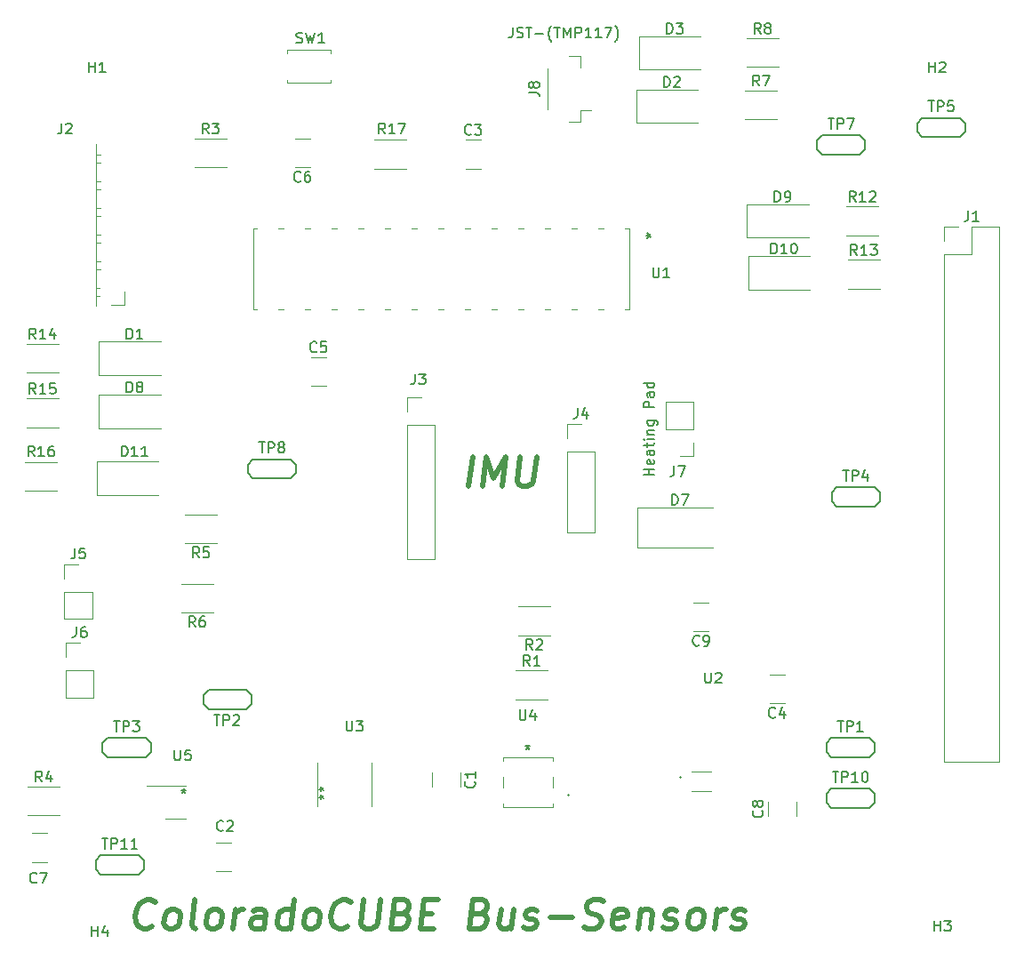
<source format=gto>
%TF.GenerationSoftware,KiCad,Pcbnew,(6.0.2)*%
%TF.CreationDate,2022-04-25T16:55:37-06:00*%
%TF.ProjectId,ColoradoCUBE_Payload,436f6c6f-7261-4646-9f43-5542455f5061,rev?*%
%TF.SameCoordinates,Original*%
%TF.FileFunction,Legend,Top*%
%TF.FilePolarity,Positive*%
%FSLAX46Y46*%
G04 Gerber Fmt 4.6, Leading zero omitted, Abs format (unit mm)*
G04 Created by KiCad (PCBNEW (6.0.2)) date 2022-04-25 16:55:37*
%MOMM*%
%LPD*%
G01*
G04 APERTURE LIST*
%ADD10C,0.500000*%
%ADD11C,0.150000*%
%ADD12C,0.120000*%
G04 APERTURE END LIST*
D10*
X118556079Y-127743857D02*
X118406401Y-127876904D01*
X117990627Y-128009952D01*
X117724532Y-128009952D01*
X117342020Y-127876904D01*
X117109187Y-127610809D01*
X117009401Y-127344714D01*
X116942877Y-126812523D01*
X116992770Y-126413380D01*
X117192341Y-125881190D01*
X117358651Y-125615095D01*
X117658008Y-125349000D01*
X118073782Y-125215952D01*
X118339877Y-125215952D01*
X118722389Y-125349000D01*
X118838806Y-125482047D01*
X120119389Y-128009952D02*
X119869925Y-127876904D01*
X119753508Y-127743857D01*
X119653722Y-127477761D01*
X119753508Y-126679476D01*
X119919818Y-126413380D01*
X120069496Y-126280333D01*
X120352222Y-126147285D01*
X120751365Y-126147285D01*
X121000829Y-126280333D01*
X121117246Y-126413380D01*
X121217032Y-126679476D01*
X121117246Y-127477761D01*
X120950937Y-127743857D01*
X120801258Y-127876904D01*
X120518532Y-128009952D01*
X120119389Y-128009952D01*
X122647294Y-128009952D02*
X122397829Y-127876904D01*
X122298044Y-127610809D01*
X122597401Y-125215952D01*
X124110818Y-128009952D02*
X123861353Y-127876904D01*
X123744937Y-127743857D01*
X123645151Y-127477761D01*
X123744937Y-126679476D01*
X123911246Y-126413380D01*
X124060925Y-126280333D01*
X124343651Y-126147285D01*
X124742794Y-126147285D01*
X124992258Y-126280333D01*
X125108675Y-126413380D01*
X125208460Y-126679476D01*
X125108675Y-127477761D01*
X124942365Y-127743857D01*
X124792687Y-127876904D01*
X124509960Y-128009952D01*
X124110818Y-128009952D01*
X126239579Y-128009952D02*
X126472413Y-126147285D01*
X126405889Y-126679476D02*
X126572198Y-126413380D01*
X126721877Y-126280333D01*
X127004603Y-126147285D01*
X127270698Y-126147285D01*
X129166627Y-128009952D02*
X129349568Y-126546428D01*
X129249782Y-126280333D01*
X129000318Y-126147285D01*
X128468127Y-126147285D01*
X128185401Y-126280333D01*
X129183258Y-127876904D02*
X128900532Y-128009952D01*
X128235294Y-128009952D01*
X127985829Y-127876904D01*
X127886044Y-127610809D01*
X127919306Y-127344714D01*
X128085615Y-127078619D01*
X128368341Y-126945571D01*
X129033579Y-126945571D01*
X129316306Y-126812523D01*
X131694532Y-128009952D02*
X132043782Y-125215952D01*
X131711163Y-127876904D02*
X131428437Y-128009952D01*
X130896246Y-128009952D01*
X130646782Y-127876904D01*
X130530365Y-127743857D01*
X130430579Y-127477761D01*
X130530365Y-126679476D01*
X130696675Y-126413380D01*
X130846353Y-126280333D01*
X131129079Y-126147285D01*
X131661270Y-126147285D01*
X131910734Y-126280333D01*
X133424151Y-128009952D02*
X133174687Y-127876904D01*
X133058270Y-127743857D01*
X132958484Y-127477761D01*
X133058270Y-126679476D01*
X133224579Y-126413380D01*
X133374258Y-126280333D01*
X133656984Y-126147285D01*
X134056127Y-126147285D01*
X134305591Y-126280333D01*
X134422008Y-126413380D01*
X134521794Y-126679476D01*
X134422008Y-127477761D01*
X134255698Y-127743857D01*
X134106020Y-127876904D01*
X133823294Y-128009952D01*
X133424151Y-128009952D01*
X137182746Y-127743857D02*
X137033068Y-127876904D01*
X136617294Y-128009952D01*
X136351198Y-128009952D01*
X135968687Y-127876904D01*
X135735853Y-127610809D01*
X135636068Y-127344714D01*
X135569544Y-126812523D01*
X135619437Y-126413380D01*
X135819008Y-125881190D01*
X135985318Y-125615095D01*
X136284675Y-125349000D01*
X136700448Y-125215952D01*
X136966544Y-125215952D01*
X137349056Y-125349000D01*
X137465472Y-125482047D01*
X138696163Y-125215952D02*
X138413437Y-127477761D01*
X138513222Y-127743857D01*
X138629639Y-127876904D01*
X138879103Y-128009952D01*
X139411294Y-128009952D01*
X139694020Y-127876904D01*
X139843698Y-127743857D01*
X140010008Y-127477761D01*
X140292734Y-125215952D01*
X142388234Y-126546428D02*
X142770746Y-126679476D01*
X142887163Y-126812523D01*
X142986948Y-127078619D01*
X142937056Y-127477761D01*
X142770746Y-127743857D01*
X142621068Y-127876904D01*
X142338341Y-128009952D01*
X141273960Y-128009952D01*
X141623210Y-125215952D01*
X142554544Y-125215952D01*
X142804008Y-125349000D01*
X142920425Y-125482047D01*
X143020210Y-125748142D01*
X142986948Y-126014238D01*
X142820639Y-126280333D01*
X142670960Y-126413380D01*
X142388234Y-126546428D01*
X141456901Y-126546428D01*
X144250901Y-126546428D02*
X145182234Y-126546428D01*
X145398437Y-128009952D02*
X144067960Y-128009952D01*
X144417210Y-125215952D01*
X145747687Y-125215952D01*
X149838901Y-126546428D02*
X150221413Y-126679476D01*
X150337829Y-126812523D01*
X150437615Y-127078619D01*
X150387722Y-127477761D01*
X150221413Y-127743857D01*
X150071734Y-127876904D01*
X149789008Y-128009952D01*
X148724627Y-128009952D01*
X149073877Y-125215952D01*
X150005210Y-125215952D01*
X150254675Y-125349000D01*
X150371091Y-125482047D01*
X150470877Y-125748142D01*
X150437615Y-126014238D01*
X150271306Y-126280333D01*
X150121627Y-126413380D01*
X149838901Y-126546428D01*
X148907568Y-126546428D01*
X152948889Y-126147285D02*
X152716056Y-128009952D01*
X151751460Y-126147285D02*
X151568520Y-127610809D01*
X151668306Y-127876904D01*
X151917770Y-128009952D01*
X152316913Y-128009952D01*
X152599639Y-127876904D01*
X152749318Y-127743857D01*
X153930115Y-127876904D02*
X154179579Y-128009952D01*
X154711770Y-128009952D01*
X154994496Y-127876904D01*
X155160806Y-127610809D01*
X155177437Y-127477761D01*
X155077651Y-127211666D01*
X154828187Y-127078619D01*
X154429044Y-127078619D01*
X154179579Y-126945571D01*
X154079794Y-126679476D01*
X154096425Y-126546428D01*
X154262734Y-126280333D01*
X154545460Y-126147285D01*
X154944603Y-126147285D01*
X155194068Y-126280333D01*
X156441389Y-126945571D02*
X158570151Y-126945571D01*
X159651163Y-127876904D02*
X160033675Y-128009952D01*
X160698913Y-128009952D01*
X160981639Y-127876904D01*
X161131318Y-127743857D01*
X161297627Y-127477761D01*
X161330889Y-127211666D01*
X161231103Y-126945571D01*
X161114687Y-126812523D01*
X160865222Y-126679476D01*
X160349663Y-126546428D01*
X160100198Y-126413380D01*
X159983782Y-126280333D01*
X159883996Y-126014238D01*
X159917258Y-125748142D01*
X160083568Y-125482047D01*
X160233246Y-125349000D01*
X160515972Y-125215952D01*
X161181210Y-125215952D01*
X161563722Y-125349000D01*
X163509544Y-127876904D02*
X163226818Y-128009952D01*
X162694627Y-128009952D01*
X162445163Y-127876904D01*
X162345377Y-127610809D01*
X162478425Y-126546428D01*
X162644734Y-126280333D01*
X162927460Y-126147285D01*
X163459651Y-126147285D01*
X163709115Y-126280333D01*
X163808901Y-126546428D01*
X163775639Y-126812523D01*
X162411901Y-127078619D01*
X165056222Y-126147285D02*
X164823389Y-128009952D01*
X165022960Y-126413380D02*
X165172639Y-126280333D01*
X165455365Y-126147285D01*
X165854508Y-126147285D01*
X166103972Y-126280333D01*
X166203758Y-126546428D01*
X166020818Y-128009952D01*
X167234877Y-127876904D02*
X167484341Y-128009952D01*
X168016532Y-128009952D01*
X168299258Y-127876904D01*
X168465568Y-127610809D01*
X168482198Y-127477761D01*
X168382413Y-127211666D01*
X168132948Y-127078619D01*
X167733806Y-127078619D01*
X167484341Y-126945571D01*
X167384556Y-126679476D01*
X167401187Y-126546428D01*
X167567496Y-126280333D01*
X167850222Y-126147285D01*
X168249365Y-126147285D01*
X168498829Y-126280333D01*
X170012246Y-128009952D02*
X169762782Y-127876904D01*
X169646365Y-127743857D01*
X169546579Y-127477761D01*
X169646365Y-126679476D01*
X169812675Y-126413380D01*
X169962353Y-126280333D01*
X170245079Y-126147285D01*
X170644222Y-126147285D01*
X170893687Y-126280333D01*
X171010103Y-126413380D01*
X171109889Y-126679476D01*
X171010103Y-127477761D01*
X170843794Y-127743857D01*
X170694115Y-127876904D01*
X170411389Y-128009952D01*
X170012246Y-128009952D01*
X172141008Y-128009952D02*
X172373841Y-126147285D01*
X172307318Y-126679476D02*
X172473627Y-126413380D01*
X172623306Y-126280333D01*
X172906032Y-126147285D01*
X173172127Y-126147285D01*
X173754210Y-127876904D02*
X174003675Y-128009952D01*
X174535865Y-128009952D01*
X174818591Y-127876904D01*
X174984901Y-127610809D01*
X175001532Y-127477761D01*
X174901746Y-127211666D01*
X174652282Y-127078619D01*
X174253139Y-127078619D01*
X174003675Y-126945571D01*
X173903889Y-126679476D01*
X173920520Y-126546428D01*
X174086829Y-126280333D01*
X174369556Y-126147285D01*
X174768698Y-126147285D01*
X175018163Y-126280333D01*
D11*
X166339780Y-84771952D02*
X165339780Y-84771952D01*
X165815971Y-84771952D02*
X165815971Y-84200523D01*
X166339780Y-84200523D02*
X165339780Y-84200523D01*
X166292161Y-83343380D02*
X166339780Y-83438619D01*
X166339780Y-83629095D01*
X166292161Y-83724333D01*
X166196923Y-83771952D01*
X165815971Y-83771952D01*
X165720733Y-83724333D01*
X165673114Y-83629095D01*
X165673114Y-83438619D01*
X165720733Y-83343380D01*
X165815971Y-83295761D01*
X165911209Y-83295761D01*
X166006447Y-83771952D01*
X166339780Y-82438619D02*
X165815971Y-82438619D01*
X165720733Y-82486238D01*
X165673114Y-82581476D01*
X165673114Y-82771952D01*
X165720733Y-82867190D01*
X166292161Y-82438619D02*
X166339780Y-82533857D01*
X166339780Y-82771952D01*
X166292161Y-82867190D01*
X166196923Y-82914809D01*
X166101685Y-82914809D01*
X166006447Y-82867190D01*
X165958828Y-82771952D01*
X165958828Y-82533857D01*
X165911209Y-82438619D01*
X165673114Y-82105285D02*
X165673114Y-81724333D01*
X165339780Y-81962428D02*
X166196923Y-81962428D01*
X166292161Y-81914809D01*
X166339780Y-81819571D01*
X166339780Y-81724333D01*
X166339780Y-81391000D02*
X165673114Y-81391000D01*
X165339780Y-81391000D02*
X165387400Y-81438619D01*
X165435019Y-81391000D01*
X165387400Y-81343380D01*
X165339780Y-81391000D01*
X165435019Y-81391000D01*
X165673114Y-80914809D02*
X166339780Y-80914809D01*
X165768352Y-80914809D02*
X165720733Y-80867190D01*
X165673114Y-80771952D01*
X165673114Y-80629095D01*
X165720733Y-80533857D01*
X165815971Y-80486238D01*
X166339780Y-80486238D01*
X165673114Y-79581476D02*
X166482638Y-79581476D01*
X166577876Y-79629095D01*
X166625495Y-79676714D01*
X166673114Y-79771952D01*
X166673114Y-79914809D01*
X166625495Y-80010047D01*
X166292161Y-79581476D02*
X166339780Y-79676714D01*
X166339780Y-79867190D01*
X166292161Y-79962428D01*
X166244542Y-80010047D01*
X166149304Y-80057666D01*
X165863590Y-80057666D01*
X165768352Y-80010047D01*
X165720733Y-79962428D01*
X165673114Y-79867190D01*
X165673114Y-79676714D01*
X165720733Y-79581476D01*
X166339780Y-78343380D02*
X165339780Y-78343380D01*
X165339780Y-77962428D01*
X165387400Y-77867190D01*
X165435019Y-77819571D01*
X165530257Y-77771952D01*
X165673114Y-77771952D01*
X165768352Y-77819571D01*
X165815971Y-77867190D01*
X165863590Y-77962428D01*
X165863590Y-78343380D01*
X166339780Y-76914809D02*
X165815971Y-76914809D01*
X165720733Y-76962428D01*
X165673114Y-77057666D01*
X165673114Y-77248142D01*
X165720733Y-77343380D01*
X166292161Y-76914809D02*
X166339780Y-77010047D01*
X166339780Y-77248142D01*
X166292161Y-77343380D01*
X166196923Y-77391000D01*
X166101685Y-77391000D01*
X166006447Y-77343380D01*
X165958828Y-77248142D01*
X165958828Y-77010047D01*
X165911209Y-76914809D01*
X166339780Y-76010047D02*
X165339780Y-76010047D01*
X166292161Y-76010047D02*
X166339780Y-76105285D01*
X166339780Y-76295761D01*
X166292161Y-76391000D01*
X166244542Y-76438619D01*
X166149304Y-76486238D01*
X165863590Y-76486238D01*
X165768352Y-76438619D01*
X165720733Y-76391000D01*
X165673114Y-76295761D01*
X165673114Y-76105285D01*
X165720733Y-76010047D01*
X152853047Y-42124380D02*
X152853047Y-42838666D01*
X152805428Y-42981523D01*
X152710190Y-43076761D01*
X152567333Y-43124380D01*
X152472095Y-43124380D01*
X153281619Y-43076761D02*
X153424476Y-43124380D01*
X153662571Y-43124380D01*
X153757809Y-43076761D01*
X153805428Y-43029142D01*
X153853047Y-42933904D01*
X153853047Y-42838666D01*
X153805428Y-42743428D01*
X153757809Y-42695809D01*
X153662571Y-42648190D01*
X153472095Y-42600571D01*
X153376857Y-42552952D01*
X153329238Y-42505333D01*
X153281619Y-42410095D01*
X153281619Y-42314857D01*
X153329238Y-42219619D01*
X153376857Y-42172000D01*
X153472095Y-42124380D01*
X153710190Y-42124380D01*
X153853047Y-42172000D01*
X154138761Y-42124380D02*
X154710190Y-42124380D01*
X154424476Y-43124380D02*
X154424476Y-42124380D01*
X155043523Y-42743428D02*
X155805428Y-42743428D01*
X156567333Y-43505333D02*
X156519714Y-43457714D01*
X156424476Y-43314857D01*
X156376857Y-43219619D01*
X156329238Y-43076761D01*
X156281619Y-42838666D01*
X156281619Y-42648190D01*
X156329238Y-42410095D01*
X156376857Y-42267238D01*
X156424476Y-42172000D01*
X156519714Y-42029142D01*
X156567333Y-41981523D01*
X156805428Y-42124380D02*
X157376857Y-42124380D01*
X157091142Y-43124380D02*
X157091142Y-42124380D01*
X157710190Y-43124380D02*
X157710190Y-42124380D01*
X158043523Y-42838666D01*
X158376857Y-42124380D01*
X158376857Y-43124380D01*
X158853047Y-43124380D02*
X158853047Y-42124380D01*
X159234000Y-42124380D01*
X159329238Y-42172000D01*
X159376857Y-42219619D01*
X159424476Y-42314857D01*
X159424476Y-42457714D01*
X159376857Y-42552952D01*
X159329238Y-42600571D01*
X159234000Y-42648190D01*
X158853047Y-42648190D01*
X160376857Y-43124380D02*
X159805428Y-43124380D01*
X160091142Y-43124380D02*
X160091142Y-42124380D01*
X159995904Y-42267238D01*
X159900666Y-42362476D01*
X159805428Y-42410095D01*
X161329238Y-43124380D02*
X160757809Y-43124380D01*
X161043523Y-43124380D02*
X161043523Y-42124380D01*
X160948285Y-42267238D01*
X160853047Y-42362476D01*
X160757809Y-42410095D01*
X161662571Y-42124380D02*
X162329238Y-42124380D01*
X161900666Y-43124380D01*
X162614952Y-43505333D02*
X162662571Y-43457714D01*
X162757809Y-43314857D01*
X162805428Y-43219619D01*
X162853047Y-43076761D01*
X162900666Y-42838666D01*
X162900666Y-42648190D01*
X162853047Y-42410095D01*
X162805428Y-42267238D01*
X162757809Y-42172000D01*
X162662571Y-42029142D01*
X162614952Y-41981523D01*
D10*
X148694389Y-85845952D02*
X149043639Y-83051952D01*
X150024865Y-85845952D02*
X150374115Y-83051952D01*
X151055984Y-85047666D01*
X152236782Y-83051952D01*
X151887532Y-85845952D01*
X153567258Y-83051952D02*
X153284532Y-85313761D01*
X153384318Y-85579857D01*
X153500734Y-85712904D01*
X153750198Y-85845952D01*
X154282389Y-85845952D01*
X154565115Y-85712904D01*
X154714794Y-85579857D01*
X154881103Y-85313761D01*
X155163829Y-83051952D01*
D11*
X109902664Y-51268380D02*
X109902664Y-51982666D01*
X109855045Y-52125523D01*
X109759807Y-52220761D01*
X109616950Y-52268380D01*
X109521712Y-52268380D01*
X110331236Y-51363619D02*
X110378855Y-51316000D01*
X110474093Y-51268380D01*
X110712188Y-51268380D01*
X110807426Y-51316000D01*
X110855045Y-51363619D01*
X110902664Y-51458857D01*
X110902664Y-51554095D01*
X110855045Y-51696952D01*
X110283617Y-52268380D01*
X110902664Y-52268380D01*
X120650095Y-110958380D02*
X120650095Y-111767904D01*
X120697714Y-111863142D01*
X120745333Y-111910761D01*
X120840571Y-111958380D01*
X121031047Y-111958380D01*
X121126285Y-111910761D01*
X121173904Y-111863142D01*
X121221523Y-111767904D01*
X121221523Y-110958380D01*
X122173904Y-110958380D02*
X121697714Y-110958380D01*
X121650095Y-111434571D01*
X121697714Y-111386952D01*
X121792952Y-111339333D01*
X122031047Y-111339333D01*
X122126285Y-111386952D01*
X122173904Y-111434571D01*
X122221523Y-111529809D01*
X122221523Y-111767904D01*
X122173904Y-111863142D01*
X122126285Y-111910761D01*
X122031047Y-111958380D01*
X121792952Y-111958380D01*
X121697714Y-111910761D01*
X121650095Y-111863142D01*
X121539000Y-114641380D02*
X121539000Y-114879476D01*
X121300904Y-114784238D02*
X121539000Y-114879476D01*
X121777095Y-114784238D01*
X121396142Y-115069952D02*
X121539000Y-114879476D01*
X121681857Y-115069952D01*
X137033095Y-108164380D02*
X137033095Y-108973904D01*
X137080714Y-109069142D01*
X137128333Y-109116761D01*
X137223571Y-109164380D01*
X137414047Y-109164380D01*
X137509285Y-109116761D01*
X137556904Y-109069142D01*
X137604523Y-108973904D01*
X137604523Y-108164380D01*
X137985476Y-108164380D02*
X138604523Y-108164380D01*
X138271190Y-108545333D01*
X138414047Y-108545333D01*
X138509285Y-108592952D01*
X138556904Y-108640571D01*
X138604523Y-108735809D01*
X138604523Y-108973904D01*
X138556904Y-109069142D01*
X138509285Y-109116761D01*
X138414047Y-109164380D01*
X138128333Y-109164380D01*
X138033095Y-109116761D01*
X137985476Y-109069142D01*
X134453380Y-115443000D02*
X134691476Y-115443000D01*
X134596238Y-115681095D02*
X134691476Y-115443000D01*
X134596238Y-115204904D01*
X134881952Y-115585857D02*
X134691476Y-115443000D01*
X134881952Y-115300142D01*
X134453380Y-114681000D02*
X134691476Y-114681000D01*
X134596238Y-114919095D02*
X134691476Y-114681000D01*
X134596238Y-114442904D01*
X134881952Y-114823857D02*
X134691476Y-114681000D01*
X134881952Y-114538142D01*
X171196095Y-103592380D02*
X171196095Y-104401904D01*
X171243714Y-104497142D01*
X171291333Y-104544761D01*
X171386571Y-104592380D01*
X171577047Y-104592380D01*
X171672285Y-104544761D01*
X171719904Y-104497142D01*
X171767523Y-104401904D01*
X171767523Y-103592380D01*
X172196095Y-103687619D02*
X172243714Y-103640000D01*
X172338952Y-103592380D01*
X172577047Y-103592380D01*
X172672285Y-103640000D01*
X172719904Y-103687619D01*
X172767523Y-103782857D01*
X172767523Y-103878095D01*
X172719904Y-104020952D01*
X172148476Y-104592380D01*
X172767523Y-104592380D01*
X166243095Y-64984380D02*
X166243095Y-65793904D01*
X166290714Y-65889142D01*
X166338333Y-65936761D01*
X166433571Y-65984380D01*
X166624047Y-65984380D01*
X166719285Y-65936761D01*
X166766904Y-65889142D01*
X166814523Y-65793904D01*
X166814523Y-64984380D01*
X167814523Y-65984380D02*
X167243095Y-65984380D01*
X167528809Y-65984380D02*
X167528809Y-64984380D01*
X167433571Y-65127238D01*
X167338333Y-65222476D01*
X167243095Y-65270095D01*
X165568380Y-61976000D02*
X165806476Y-61976000D01*
X165711238Y-62214095D02*
X165806476Y-61976000D01*
X165711238Y-61737904D01*
X165996952Y-62118857D02*
X165806476Y-61976000D01*
X165996952Y-61833142D01*
X149215142Y-113958666D02*
X149262761Y-114006285D01*
X149310380Y-114149142D01*
X149310380Y-114244380D01*
X149262761Y-114387238D01*
X149167523Y-114482476D01*
X149072285Y-114530095D01*
X148881809Y-114577714D01*
X148738952Y-114577714D01*
X148548476Y-114530095D01*
X148453238Y-114482476D01*
X148358000Y-114387238D01*
X148310380Y-114244380D01*
X148310380Y-114149142D01*
X148358000Y-114006285D01*
X148405619Y-113958666D01*
X149310380Y-113006285D02*
X149310380Y-113577714D01*
X149310380Y-113292000D02*
X148310380Y-113292000D01*
X148453238Y-113387238D01*
X148548476Y-113482476D01*
X148596095Y-113577714D01*
X153543095Y-107129330D02*
X153543095Y-107938854D01*
X153590714Y-108034092D01*
X153638333Y-108081711D01*
X153733571Y-108129330D01*
X153924047Y-108129330D01*
X154019285Y-108081711D01*
X154066904Y-108034092D01*
X154114523Y-107938854D01*
X154114523Y-107129330D01*
X155019285Y-107462664D02*
X155019285Y-108129330D01*
X154781190Y-107081711D02*
X154543095Y-107795997D01*
X155162142Y-107795997D01*
X154305000Y-110450380D02*
X154305000Y-110688476D01*
X154066904Y-110593238D02*
X154305000Y-110688476D01*
X154543095Y-110593238D01*
X154162142Y-110878952D02*
X154305000Y-110688476D01*
X154447857Y-110878952D01*
X182918095Y-50792380D02*
X183489523Y-50792380D01*
X183203809Y-51792380D02*
X183203809Y-50792380D01*
X183822857Y-51792380D02*
X183822857Y-50792380D01*
X184203809Y-50792380D01*
X184299047Y-50840000D01*
X184346666Y-50887619D01*
X184394285Y-50982857D01*
X184394285Y-51125714D01*
X184346666Y-51220952D01*
X184299047Y-51268571D01*
X184203809Y-51316190D01*
X183822857Y-51316190D01*
X184727619Y-50792380D02*
X185394285Y-50792380D01*
X184965714Y-51792380D01*
X176503333Y-42736380D02*
X176170000Y-42260190D01*
X175931904Y-42736380D02*
X175931904Y-41736380D01*
X176312857Y-41736380D01*
X176408095Y-41784000D01*
X176455714Y-41831619D01*
X176503333Y-41926857D01*
X176503333Y-42069714D01*
X176455714Y-42164952D01*
X176408095Y-42212571D01*
X176312857Y-42260190D01*
X175931904Y-42260190D01*
X177074761Y-42164952D02*
X176979523Y-42117333D01*
X176931904Y-42069714D01*
X176884285Y-41974476D01*
X176884285Y-41926857D01*
X176931904Y-41831619D01*
X176979523Y-41784000D01*
X177074761Y-41736380D01*
X177265238Y-41736380D01*
X177360476Y-41784000D01*
X177408095Y-41831619D01*
X177455714Y-41926857D01*
X177455714Y-41974476D01*
X177408095Y-42069714D01*
X177360476Y-42117333D01*
X177265238Y-42164952D01*
X177074761Y-42164952D01*
X176979523Y-42212571D01*
X176931904Y-42260190D01*
X176884285Y-42355428D01*
X176884285Y-42545904D01*
X176931904Y-42641142D01*
X176979523Y-42688761D01*
X177074761Y-42736380D01*
X177265238Y-42736380D01*
X177360476Y-42688761D01*
X177408095Y-42641142D01*
X177455714Y-42545904D01*
X177455714Y-42355428D01*
X177408095Y-42260190D01*
X177360476Y-42212571D01*
X177265238Y-42164952D01*
X167282904Y-47829380D02*
X167282904Y-46829380D01*
X167521000Y-46829380D01*
X167663857Y-46877000D01*
X167759095Y-46972238D01*
X167806714Y-47067476D01*
X167854333Y-47257952D01*
X167854333Y-47400809D01*
X167806714Y-47591285D01*
X167759095Y-47686523D01*
X167663857Y-47781761D01*
X167521000Y-47829380D01*
X167282904Y-47829380D01*
X168235285Y-46924619D02*
X168282904Y-46877000D01*
X168378142Y-46829380D01*
X168616238Y-46829380D01*
X168711476Y-46877000D01*
X168759095Y-46924619D01*
X168806714Y-47019857D01*
X168806714Y-47115095D01*
X168759095Y-47257952D01*
X168187666Y-47829380D01*
X168806714Y-47829380D01*
X170648333Y-100955142D02*
X170600714Y-101002761D01*
X170457857Y-101050380D01*
X170362619Y-101050380D01*
X170219761Y-101002761D01*
X170124523Y-100907523D01*
X170076904Y-100812285D01*
X170029285Y-100621809D01*
X170029285Y-100478952D01*
X170076904Y-100288476D01*
X170124523Y-100193238D01*
X170219761Y-100098000D01*
X170362619Y-100050380D01*
X170457857Y-100050380D01*
X170600714Y-100098000D01*
X170648333Y-100145619D01*
X171124523Y-101050380D02*
X171315000Y-101050380D01*
X171410238Y-101002761D01*
X171457857Y-100955142D01*
X171553095Y-100812285D01*
X171600714Y-100621809D01*
X171600714Y-100240857D01*
X171553095Y-100145619D01*
X171505476Y-100098000D01*
X171410238Y-100050380D01*
X171219761Y-100050380D01*
X171124523Y-100098000D01*
X171076904Y-100145619D01*
X171029285Y-100240857D01*
X171029285Y-100478952D01*
X171076904Y-100574190D01*
X171124523Y-100621809D01*
X171219761Y-100669428D01*
X171410238Y-100669428D01*
X171505476Y-100621809D01*
X171553095Y-100574190D01*
X171600714Y-100478952D01*
X148931333Y-52286142D02*
X148883714Y-52333761D01*
X148740857Y-52381380D01*
X148645619Y-52381380D01*
X148502761Y-52333761D01*
X148407523Y-52238523D01*
X148359904Y-52143285D01*
X148312285Y-51952809D01*
X148312285Y-51809952D01*
X148359904Y-51619476D01*
X148407523Y-51524238D01*
X148502761Y-51429000D01*
X148645619Y-51381380D01*
X148740857Y-51381380D01*
X148883714Y-51429000D01*
X148931333Y-51476619D01*
X149264666Y-51381380D02*
X149883714Y-51381380D01*
X149550380Y-51762333D01*
X149693238Y-51762333D01*
X149788476Y-51809952D01*
X149836095Y-51857571D01*
X149883714Y-51952809D01*
X149883714Y-52190904D01*
X149836095Y-52286142D01*
X149788476Y-52333761D01*
X149693238Y-52381380D01*
X149407523Y-52381380D01*
X149312285Y-52333761D01*
X149264666Y-52286142D01*
X177887333Y-107813142D02*
X177839714Y-107860761D01*
X177696857Y-107908380D01*
X177601619Y-107908380D01*
X177458761Y-107860761D01*
X177363523Y-107765523D01*
X177315904Y-107670285D01*
X177268285Y-107479809D01*
X177268285Y-107336952D01*
X177315904Y-107146476D01*
X177363523Y-107051238D01*
X177458761Y-106956000D01*
X177601619Y-106908380D01*
X177696857Y-106908380D01*
X177839714Y-106956000D01*
X177887333Y-107003619D01*
X178744476Y-107241714D02*
X178744476Y-107908380D01*
X178506380Y-106860761D02*
X178268285Y-107575047D01*
X178887333Y-107575047D01*
X159051666Y-78402380D02*
X159051666Y-79116666D01*
X159004047Y-79259523D01*
X158908809Y-79354761D01*
X158765952Y-79402380D01*
X158670714Y-79402380D01*
X159956428Y-78735714D02*
X159956428Y-79402380D01*
X159718333Y-78354761D02*
X159480238Y-79069047D01*
X160099285Y-79069047D01*
X123023333Y-92648380D02*
X122690000Y-92172190D01*
X122451904Y-92648380D02*
X122451904Y-91648380D01*
X122832857Y-91648380D01*
X122928095Y-91696000D01*
X122975714Y-91743619D01*
X123023333Y-91838857D01*
X123023333Y-91981714D01*
X122975714Y-92076952D01*
X122928095Y-92124571D01*
X122832857Y-92172190D01*
X122451904Y-92172190D01*
X123928095Y-91648380D02*
X123451904Y-91648380D01*
X123404285Y-92124571D01*
X123451904Y-92076952D01*
X123547142Y-92029333D01*
X123785238Y-92029333D01*
X123880476Y-92076952D01*
X123928095Y-92124571D01*
X123975714Y-92219809D01*
X123975714Y-92457904D01*
X123928095Y-92553142D01*
X123880476Y-92600761D01*
X123785238Y-92648380D01*
X123547142Y-92648380D01*
X123451904Y-92600761D01*
X123404285Y-92553142D01*
X196262666Y-59606380D02*
X196262666Y-60320666D01*
X196215047Y-60463523D01*
X196119809Y-60558761D01*
X195976952Y-60606380D01*
X195881714Y-60606380D01*
X197262666Y-60606380D02*
X196691238Y-60606380D01*
X196976952Y-60606380D02*
X196976952Y-59606380D01*
X196881714Y-59749238D01*
X196786476Y-59844476D01*
X196691238Y-59892095D01*
X115625714Y-83002380D02*
X115625714Y-82002380D01*
X115863809Y-82002380D01*
X116006666Y-82050000D01*
X116101904Y-82145238D01*
X116149523Y-82240476D01*
X116197142Y-82430952D01*
X116197142Y-82573809D01*
X116149523Y-82764285D01*
X116101904Y-82859523D01*
X116006666Y-82954761D01*
X115863809Y-83002380D01*
X115625714Y-83002380D01*
X117149523Y-83002380D02*
X116578095Y-83002380D01*
X116863809Y-83002380D02*
X116863809Y-82002380D01*
X116768571Y-82145238D01*
X116673333Y-82240476D01*
X116578095Y-82288095D01*
X118101904Y-83002380D02*
X117530476Y-83002380D01*
X117816190Y-83002380D02*
X117816190Y-82002380D01*
X117720952Y-82145238D01*
X117625714Y-82240476D01*
X117530476Y-82288095D01*
X124418095Y-107624380D02*
X124989523Y-107624380D01*
X124703809Y-108624380D02*
X124703809Y-107624380D01*
X125322857Y-108624380D02*
X125322857Y-107624380D01*
X125703809Y-107624380D01*
X125799047Y-107672000D01*
X125846666Y-107719619D01*
X125894285Y-107814857D01*
X125894285Y-107957714D01*
X125846666Y-108052952D01*
X125799047Y-108100571D01*
X125703809Y-108148190D01*
X125322857Y-108148190D01*
X126275238Y-107719619D02*
X126322857Y-107672000D01*
X126418095Y-107624380D01*
X126656190Y-107624380D01*
X126751428Y-107672000D01*
X126799047Y-107719619D01*
X126846666Y-107814857D01*
X126846666Y-107910095D01*
X126799047Y-108052952D01*
X126227619Y-108624380D01*
X126846666Y-108624380D01*
X122642333Y-99252380D02*
X122309000Y-98776190D01*
X122070904Y-99252380D02*
X122070904Y-98252380D01*
X122451857Y-98252380D01*
X122547095Y-98300000D01*
X122594714Y-98347619D01*
X122642333Y-98442857D01*
X122642333Y-98585714D01*
X122594714Y-98680952D01*
X122547095Y-98728571D01*
X122451857Y-98776190D01*
X122070904Y-98776190D01*
X123499476Y-98252380D02*
X123309000Y-98252380D01*
X123213761Y-98300000D01*
X123166142Y-98347619D01*
X123070904Y-98490476D01*
X123023285Y-98680952D01*
X123023285Y-99061904D01*
X123070904Y-99157142D01*
X123118523Y-99204761D01*
X123213761Y-99252380D01*
X123404238Y-99252380D01*
X123499476Y-99204761D01*
X123547095Y-99157142D01*
X123594714Y-99061904D01*
X123594714Y-98823809D01*
X123547095Y-98728571D01*
X123499476Y-98680952D01*
X123404238Y-98633333D01*
X123213761Y-98633333D01*
X123118523Y-98680952D01*
X123070904Y-98728571D01*
X123023285Y-98823809D01*
X128689095Y-81653380D02*
X129260523Y-81653380D01*
X128974809Y-82653380D02*
X128974809Y-81653380D01*
X129593857Y-82653380D02*
X129593857Y-81653380D01*
X129974809Y-81653380D01*
X130070047Y-81701000D01*
X130117666Y-81748619D01*
X130165285Y-81843857D01*
X130165285Y-81986714D01*
X130117666Y-82081952D01*
X130070047Y-82129571D01*
X129974809Y-82177190D01*
X129593857Y-82177190D01*
X130736714Y-82081952D02*
X130641476Y-82034333D01*
X130593857Y-81986714D01*
X130546238Y-81891476D01*
X130546238Y-81843857D01*
X130593857Y-81748619D01*
X130641476Y-81701000D01*
X130736714Y-81653380D01*
X130927190Y-81653380D01*
X131022428Y-81701000D01*
X131070047Y-81748619D01*
X131117666Y-81843857D01*
X131117666Y-81891476D01*
X131070047Y-81986714D01*
X131022428Y-82034333D01*
X130927190Y-82081952D01*
X130736714Y-82081952D01*
X130641476Y-82129571D01*
X130593857Y-82177190D01*
X130546238Y-82272428D01*
X130546238Y-82462904D01*
X130593857Y-82558142D01*
X130641476Y-82605761D01*
X130736714Y-82653380D01*
X130927190Y-82653380D01*
X131022428Y-82605761D01*
X131070047Y-82558142D01*
X131117666Y-82462904D01*
X131117666Y-82272428D01*
X131070047Y-82177190D01*
X131022428Y-82129571D01*
X130927190Y-82081952D01*
X143557666Y-75144380D02*
X143557666Y-75858666D01*
X143510047Y-76001523D01*
X143414809Y-76096761D01*
X143271952Y-76144380D01*
X143176714Y-76144380D01*
X143938619Y-75144380D02*
X144557666Y-75144380D01*
X144224333Y-75525333D01*
X144367190Y-75525333D01*
X144462428Y-75572952D01*
X144510047Y-75620571D01*
X144557666Y-75715809D01*
X144557666Y-75953904D01*
X144510047Y-76049142D01*
X144462428Y-76096761D01*
X144367190Y-76144380D01*
X144081476Y-76144380D01*
X143986238Y-76096761D01*
X143938619Y-76049142D01*
X125309333Y-118594142D02*
X125261714Y-118641761D01*
X125118857Y-118689380D01*
X125023619Y-118689380D01*
X124880761Y-118641761D01*
X124785523Y-118546523D01*
X124737904Y-118451285D01*
X124690285Y-118260809D01*
X124690285Y-118117952D01*
X124737904Y-117927476D01*
X124785523Y-117832238D01*
X124880761Y-117737000D01*
X125023619Y-117689380D01*
X125118857Y-117689380D01*
X125261714Y-117737000D01*
X125309333Y-117784619D01*
X125690285Y-117784619D02*
X125737904Y-117737000D01*
X125833142Y-117689380D01*
X126071238Y-117689380D01*
X126166476Y-117737000D01*
X126214095Y-117784619D01*
X126261714Y-117879857D01*
X126261714Y-117975095D01*
X126214095Y-118117952D01*
X125642666Y-118689380D01*
X126261714Y-118689380D01*
X183807095Y-108196380D02*
X184378523Y-108196380D01*
X184092809Y-109196380D02*
X184092809Y-108196380D01*
X184711857Y-109196380D02*
X184711857Y-108196380D01*
X185092809Y-108196380D01*
X185188047Y-108244000D01*
X185235666Y-108291619D01*
X185283285Y-108386857D01*
X185283285Y-108529714D01*
X185235666Y-108624952D01*
X185188047Y-108672571D01*
X185092809Y-108720190D01*
X184711857Y-108720190D01*
X186235666Y-109196380D02*
X185664238Y-109196380D01*
X185949952Y-109196380D02*
X185949952Y-108196380D01*
X185854714Y-108339238D01*
X185759476Y-108434476D01*
X185664238Y-108482095D01*
X107307142Y-83002380D02*
X106973809Y-82526190D01*
X106735714Y-83002380D02*
X106735714Y-82002380D01*
X107116666Y-82002380D01*
X107211904Y-82050000D01*
X107259523Y-82097619D01*
X107307142Y-82192857D01*
X107307142Y-82335714D01*
X107259523Y-82430952D01*
X107211904Y-82478571D01*
X107116666Y-82526190D01*
X106735714Y-82526190D01*
X108259523Y-83002380D02*
X107688095Y-83002380D01*
X107973809Y-83002380D02*
X107973809Y-82002380D01*
X107878571Y-82145238D01*
X107783333Y-82240476D01*
X107688095Y-82288095D01*
X109116666Y-82002380D02*
X108926190Y-82002380D01*
X108830952Y-82050000D01*
X108783333Y-82097619D01*
X108688095Y-82240476D01*
X108640476Y-82430952D01*
X108640476Y-82811904D01*
X108688095Y-82907142D01*
X108735714Y-82954761D01*
X108830952Y-83002380D01*
X109021428Y-83002380D01*
X109116666Y-82954761D01*
X109164285Y-82907142D01*
X109211904Y-82811904D01*
X109211904Y-82573809D01*
X109164285Y-82478571D01*
X109116666Y-82430952D01*
X109021428Y-82383333D01*
X108830952Y-82383333D01*
X108735714Y-82430952D01*
X108688095Y-82478571D01*
X108640476Y-82573809D01*
X154773333Y-101411380D02*
X154440000Y-100935190D01*
X154201904Y-101411380D02*
X154201904Y-100411380D01*
X154582857Y-100411380D01*
X154678095Y-100459000D01*
X154725714Y-100506619D01*
X154773333Y-100601857D01*
X154773333Y-100744714D01*
X154725714Y-100839952D01*
X154678095Y-100887571D01*
X154582857Y-100935190D01*
X154201904Y-100935190D01*
X155154285Y-100506619D02*
X155201904Y-100459000D01*
X155297142Y-100411380D01*
X155535238Y-100411380D01*
X155630476Y-100459000D01*
X155678095Y-100506619D01*
X155725714Y-100601857D01*
X155725714Y-100697095D01*
X155678095Y-100839952D01*
X155106666Y-101411380D01*
X155725714Y-101411380D01*
X107434142Y-71826380D02*
X107100809Y-71350190D01*
X106862714Y-71826380D02*
X106862714Y-70826380D01*
X107243666Y-70826380D01*
X107338904Y-70874000D01*
X107386523Y-70921619D01*
X107434142Y-71016857D01*
X107434142Y-71159714D01*
X107386523Y-71254952D01*
X107338904Y-71302571D01*
X107243666Y-71350190D01*
X106862714Y-71350190D01*
X108386523Y-71826380D02*
X107815095Y-71826380D01*
X108100809Y-71826380D02*
X108100809Y-70826380D01*
X108005571Y-70969238D01*
X107910333Y-71064476D01*
X107815095Y-71112095D01*
X109243666Y-71159714D02*
X109243666Y-71826380D01*
X109005571Y-70778761D02*
X108767476Y-71493047D01*
X109386523Y-71493047D01*
X193040095Y-128214380D02*
X193040095Y-127214380D01*
X193040095Y-127690571D02*
X193611523Y-127690571D01*
X193611523Y-128214380D02*
X193611523Y-127214380D01*
X193992476Y-127214380D02*
X194611523Y-127214380D01*
X194278190Y-127595333D01*
X194421047Y-127595333D01*
X194516285Y-127642952D01*
X194563904Y-127690571D01*
X194611523Y-127785809D01*
X194611523Y-128023904D01*
X194563904Y-128119142D01*
X194516285Y-128166761D01*
X194421047Y-128214380D01*
X194135333Y-128214380D01*
X194040095Y-128166761D01*
X193992476Y-128119142D01*
X112776095Y-128722380D02*
X112776095Y-127722380D01*
X112776095Y-128198571D02*
X113347523Y-128198571D01*
X113347523Y-128722380D02*
X113347523Y-127722380D01*
X114252285Y-128055714D02*
X114252285Y-128722380D01*
X114014190Y-127674761D02*
X113776095Y-128389047D01*
X114395142Y-128389047D01*
X192443095Y-49141380D02*
X193014523Y-49141380D01*
X192728809Y-50141380D02*
X192728809Y-49141380D01*
X193347857Y-50141380D02*
X193347857Y-49141380D01*
X193728809Y-49141380D01*
X193824047Y-49189000D01*
X193871666Y-49236619D01*
X193919285Y-49331857D01*
X193919285Y-49474714D01*
X193871666Y-49569952D01*
X193824047Y-49617571D01*
X193728809Y-49665190D01*
X193347857Y-49665190D01*
X194824047Y-49141380D02*
X194347857Y-49141380D01*
X194300238Y-49617571D01*
X194347857Y-49569952D01*
X194443095Y-49522333D01*
X194681190Y-49522333D01*
X194776428Y-49569952D01*
X194824047Y-49617571D01*
X194871666Y-49712809D01*
X194871666Y-49950904D01*
X194824047Y-50046142D01*
X194776428Y-50093761D01*
X194681190Y-50141380D01*
X194443095Y-50141380D01*
X194347857Y-50093761D01*
X194300238Y-50046142D01*
X183330904Y-113022380D02*
X183902333Y-113022380D01*
X183616619Y-114022380D02*
X183616619Y-113022380D01*
X184235666Y-114022380D02*
X184235666Y-113022380D01*
X184616619Y-113022380D01*
X184711857Y-113070000D01*
X184759476Y-113117619D01*
X184807095Y-113212857D01*
X184807095Y-113355714D01*
X184759476Y-113450952D01*
X184711857Y-113498571D01*
X184616619Y-113546190D01*
X184235666Y-113546190D01*
X185759476Y-114022380D02*
X185188047Y-114022380D01*
X185473761Y-114022380D02*
X185473761Y-113022380D01*
X185378523Y-113165238D01*
X185283285Y-113260476D01*
X185188047Y-113308095D01*
X186378523Y-113022380D02*
X186473761Y-113022380D01*
X186569000Y-113070000D01*
X186616619Y-113117619D01*
X186664238Y-113212857D01*
X186711857Y-113403333D01*
X186711857Y-113641428D01*
X186664238Y-113831904D01*
X186616619Y-113927142D01*
X186569000Y-113974761D01*
X186473761Y-114022380D01*
X186378523Y-114022380D01*
X186283285Y-113974761D01*
X186235666Y-113927142D01*
X186188047Y-113831904D01*
X186140428Y-113641428D01*
X186140428Y-113403333D01*
X186188047Y-113212857D01*
X186235666Y-113117619D01*
X186283285Y-113070000D01*
X186378523Y-113022380D01*
X177823904Y-58751380D02*
X177823904Y-57751380D01*
X178062000Y-57751380D01*
X178204857Y-57799000D01*
X178300095Y-57894238D01*
X178347714Y-57989476D01*
X178395333Y-58179952D01*
X178395333Y-58322809D01*
X178347714Y-58513285D01*
X178300095Y-58608523D01*
X178204857Y-58703761D01*
X178062000Y-58751380D01*
X177823904Y-58751380D01*
X178871523Y-58751380D02*
X179062000Y-58751380D01*
X179157238Y-58703761D01*
X179204857Y-58656142D01*
X179300095Y-58513285D01*
X179347714Y-58322809D01*
X179347714Y-57941857D01*
X179300095Y-57846619D01*
X179252476Y-57799000D01*
X179157238Y-57751380D01*
X178966761Y-57751380D01*
X178871523Y-57799000D01*
X178823904Y-57846619D01*
X178776285Y-57941857D01*
X178776285Y-58179952D01*
X178823904Y-58275190D01*
X178871523Y-58322809D01*
X178966761Y-58370428D01*
X179157238Y-58370428D01*
X179252476Y-58322809D01*
X179300095Y-58275190D01*
X179347714Y-58179952D01*
X116101904Y-71832380D02*
X116101904Y-70832380D01*
X116340000Y-70832380D01*
X116482857Y-70880000D01*
X116578095Y-70975238D01*
X116625714Y-71070476D01*
X116673333Y-71260952D01*
X116673333Y-71403809D01*
X116625714Y-71594285D01*
X116578095Y-71689523D01*
X116482857Y-71784761D01*
X116340000Y-71832380D01*
X116101904Y-71832380D01*
X117625714Y-71832380D02*
X117054285Y-71832380D01*
X117340000Y-71832380D02*
X117340000Y-70832380D01*
X117244761Y-70975238D01*
X117149523Y-71070476D01*
X117054285Y-71118095D01*
X132270666Y-43584761D02*
X132413523Y-43632380D01*
X132651619Y-43632380D01*
X132746857Y-43584761D01*
X132794476Y-43537142D01*
X132842095Y-43441904D01*
X132842095Y-43346666D01*
X132794476Y-43251428D01*
X132746857Y-43203809D01*
X132651619Y-43156190D01*
X132461142Y-43108571D01*
X132365904Y-43060952D01*
X132318285Y-43013333D01*
X132270666Y-42918095D01*
X132270666Y-42822857D01*
X132318285Y-42727619D01*
X132365904Y-42680000D01*
X132461142Y-42632380D01*
X132699238Y-42632380D01*
X132842095Y-42680000D01*
X133175428Y-42632380D02*
X133413523Y-43632380D01*
X133604000Y-42918095D01*
X133794476Y-43632380D01*
X134032571Y-42632380D01*
X134937333Y-43632380D02*
X134365904Y-43632380D01*
X134651619Y-43632380D02*
X134651619Y-42632380D01*
X134556380Y-42775238D01*
X134461142Y-42870476D01*
X134365904Y-42918095D01*
X168244666Y-83912380D02*
X168244666Y-84626666D01*
X168197047Y-84769523D01*
X168101809Y-84864761D01*
X167958952Y-84912380D01*
X167863714Y-84912380D01*
X168625619Y-83912380D02*
X169292285Y-83912380D01*
X168863714Y-84912380D01*
X168044904Y-87621380D02*
X168044904Y-86621380D01*
X168283000Y-86621380D01*
X168425857Y-86669000D01*
X168521095Y-86764238D01*
X168568714Y-86859476D01*
X168616333Y-87049952D01*
X168616333Y-87192809D01*
X168568714Y-87383285D01*
X168521095Y-87478523D01*
X168425857Y-87573761D01*
X168283000Y-87621380D01*
X168044904Y-87621380D01*
X168949666Y-86621380D02*
X169616333Y-86621380D01*
X169187761Y-87621380D01*
X107434142Y-77033380D02*
X107100809Y-76557190D01*
X106862714Y-77033380D02*
X106862714Y-76033380D01*
X107243666Y-76033380D01*
X107338904Y-76081000D01*
X107386523Y-76128619D01*
X107434142Y-76223857D01*
X107434142Y-76366714D01*
X107386523Y-76461952D01*
X107338904Y-76509571D01*
X107243666Y-76557190D01*
X106862714Y-76557190D01*
X108386523Y-77033380D02*
X107815095Y-77033380D01*
X108100809Y-77033380D02*
X108100809Y-76033380D01*
X108005571Y-76176238D01*
X107910333Y-76271476D01*
X107815095Y-76319095D01*
X109291285Y-76033380D02*
X108815095Y-76033380D01*
X108767476Y-76509571D01*
X108815095Y-76461952D01*
X108910333Y-76414333D01*
X109148428Y-76414333D01*
X109243666Y-76461952D01*
X109291285Y-76509571D01*
X109338904Y-76604809D01*
X109338904Y-76842904D01*
X109291285Y-76938142D01*
X109243666Y-76985761D01*
X109148428Y-77033380D01*
X108910333Y-77033380D01*
X108815095Y-76985761D01*
X108767476Y-76938142D01*
X184315095Y-84320380D02*
X184886523Y-84320380D01*
X184600809Y-85320380D02*
X184600809Y-84320380D01*
X185219857Y-85320380D02*
X185219857Y-84320380D01*
X185600809Y-84320380D01*
X185696047Y-84368000D01*
X185743666Y-84415619D01*
X185791285Y-84510857D01*
X185791285Y-84653714D01*
X185743666Y-84748952D01*
X185696047Y-84796571D01*
X185600809Y-84844190D01*
X185219857Y-84844190D01*
X186648428Y-84653714D02*
X186648428Y-85320380D01*
X186410333Y-84272761D02*
X186172238Y-84987047D01*
X186791285Y-84987047D01*
X192532095Y-46426380D02*
X192532095Y-45426380D01*
X192532095Y-45902571D02*
X193103523Y-45902571D01*
X193103523Y-46426380D02*
X193103523Y-45426380D01*
X193532095Y-45521619D02*
X193579714Y-45474000D01*
X193674952Y-45426380D01*
X193913047Y-45426380D01*
X194008285Y-45474000D01*
X194055904Y-45521619D01*
X194103523Y-45616857D01*
X194103523Y-45712095D01*
X194055904Y-45854952D01*
X193484476Y-46426380D01*
X194103523Y-46426380D01*
X185666142Y-63831380D02*
X185332809Y-63355190D01*
X185094714Y-63831380D02*
X185094714Y-62831380D01*
X185475666Y-62831380D01*
X185570904Y-62879000D01*
X185618523Y-62926619D01*
X185666142Y-63021857D01*
X185666142Y-63164714D01*
X185618523Y-63259952D01*
X185570904Y-63307571D01*
X185475666Y-63355190D01*
X185094714Y-63355190D01*
X186618523Y-63831380D02*
X186047095Y-63831380D01*
X186332809Y-63831380D02*
X186332809Y-62831380D01*
X186237571Y-62974238D01*
X186142333Y-63069476D01*
X186047095Y-63117095D01*
X186951857Y-62831380D02*
X187570904Y-62831380D01*
X187237571Y-63212333D01*
X187380428Y-63212333D01*
X187475666Y-63259952D01*
X187523285Y-63307571D01*
X187570904Y-63402809D01*
X187570904Y-63640904D01*
X187523285Y-63736142D01*
X187475666Y-63783761D01*
X187380428Y-63831380D01*
X187094714Y-63831380D01*
X186999476Y-63783761D01*
X186951857Y-63736142D01*
X154519333Y-102947380D02*
X154186000Y-102471190D01*
X153947904Y-102947380D02*
X153947904Y-101947380D01*
X154328857Y-101947380D01*
X154424095Y-101995000D01*
X154471714Y-102042619D01*
X154519333Y-102137857D01*
X154519333Y-102280714D01*
X154471714Y-102375952D01*
X154424095Y-102423571D01*
X154328857Y-102471190D01*
X153947904Y-102471190D01*
X155471714Y-102947380D02*
X154900285Y-102947380D01*
X155186000Y-102947380D02*
X155186000Y-101947380D01*
X155090761Y-102090238D01*
X154995523Y-102185476D01*
X154900285Y-102233095D01*
X176363333Y-47702380D02*
X176030000Y-47226190D01*
X175791904Y-47702380D02*
X175791904Y-46702380D01*
X176172857Y-46702380D01*
X176268095Y-46750000D01*
X176315714Y-46797619D01*
X176363333Y-46892857D01*
X176363333Y-47035714D01*
X176315714Y-47130952D01*
X176268095Y-47178571D01*
X176172857Y-47226190D01*
X175791904Y-47226190D01*
X176696666Y-46702380D02*
X177363333Y-46702380D01*
X176934761Y-47702380D01*
X154394380Y-48339333D02*
X155108666Y-48339333D01*
X155251523Y-48386952D01*
X155346761Y-48482190D01*
X155394380Y-48625047D01*
X155394380Y-48720285D01*
X154822952Y-47720285D02*
X154775333Y-47815523D01*
X154727714Y-47863142D01*
X154632476Y-47910761D01*
X154584857Y-47910761D01*
X154489619Y-47863142D01*
X154442000Y-47815523D01*
X154394380Y-47720285D01*
X154394380Y-47529809D01*
X154442000Y-47434571D01*
X154489619Y-47386952D01*
X154584857Y-47339333D01*
X154632476Y-47339333D01*
X154727714Y-47386952D01*
X154775333Y-47434571D01*
X154822952Y-47529809D01*
X154822952Y-47720285D01*
X154870571Y-47815523D01*
X154918190Y-47863142D01*
X155013428Y-47910761D01*
X155203904Y-47910761D01*
X155299142Y-47863142D01*
X155346761Y-47815523D01*
X155394380Y-47720285D01*
X155394380Y-47529809D01*
X155346761Y-47434571D01*
X155299142Y-47386952D01*
X155203904Y-47339333D01*
X155013428Y-47339333D01*
X154918190Y-47386952D01*
X154870571Y-47434571D01*
X154822952Y-47529809D01*
X140708142Y-52268380D02*
X140374809Y-51792190D01*
X140136714Y-52268380D02*
X140136714Y-51268380D01*
X140517666Y-51268380D01*
X140612904Y-51316000D01*
X140660523Y-51363619D01*
X140708142Y-51458857D01*
X140708142Y-51601714D01*
X140660523Y-51696952D01*
X140612904Y-51744571D01*
X140517666Y-51792190D01*
X140136714Y-51792190D01*
X141660523Y-52268380D02*
X141089095Y-52268380D01*
X141374809Y-52268380D02*
X141374809Y-51268380D01*
X141279571Y-51411238D01*
X141184333Y-51506476D01*
X141089095Y-51554095D01*
X141993857Y-51268380D02*
X142660523Y-51268380D01*
X142231952Y-52268380D01*
X134199333Y-72987142D02*
X134151714Y-73034761D01*
X134008857Y-73082380D01*
X133913619Y-73082380D01*
X133770761Y-73034761D01*
X133675523Y-72939523D01*
X133627904Y-72844285D01*
X133580285Y-72653809D01*
X133580285Y-72510952D01*
X133627904Y-72320476D01*
X133675523Y-72225238D01*
X133770761Y-72130000D01*
X133913619Y-72082380D01*
X134008857Y-72082380D01*
X134151714Y-72130000D01*
X134199333Y-72177619D01*
X135104095Y-72082380D02*
X134627904Y-72082380D01*
X134580285Y-72558571D01*
X134627904Y-72510952D01*
X134723142Y-72463333D01*
X134961238Y-72463333D01*
X135056476Y-72510952D01*
X135104095Y-72558571D01*
X135151714Y-72653809D01*
X135151714Y-72891904D01*
X135104095Y-72987142D01*
X135056476Y-73034761D01*
X134961238Y-73082380D01*
X134723142Y-73082380D01*
X134627904Y-73034761D01*
X134580285Y-72987142D01*
X132675333Y-56759142D02*
X132627714Y-56806761D01*
X132484857Y-56854380D01*
X132389619Y-56854380D01*
X132246761Y-56806761D01*
X132151523Y-56711523D01*
X132103904Y-56616285D01*
X132056285Y-56425809D01*
X132056285Y-56282952D01*
X132103904Y-56092476D01*
X132151523Y-55997238D01*
X132246761Y-55902000D01*
X132389619Y-55854380D01*
X132484857Y-55854380D01*
X132627714Y-55902000D01*
X132675333Y-55949619D01*
X133532476Y-55854380D02*
X133342000Y-55854380D01*
X133246761Y-55902000D01*
X133199142Y-55949619D01*
X133103904Y-56092476D01*
X133056285Y-56282952D01*
X133056285Y-56663904D01*
X133103904Y-56759142D01*
X133151523Y-56806761D01*
X133246761Y-56854380D01*
X133437238Y-56854380D01*
X133532476Y-56806761D01*
X133580095Y-56759142D01*
X133627714Y-56663904D01*
X133627714Y-56425809D01*
X133580095Y-56330571D01*
X133532476Y-56282952D01*
X133437238Y-56235333D01*
X133246761Y-56235333D01*
X133151523Y-56282952D01*
X133103904Y-56330571D01*
X133056285Y-56425809D01*
X108037333Y-113996380D02*
X107704000Y-113520190D01*
X107465904Y-113996380D02*
X107465904Y-112996380D01*
X107846857Y-112996380D01*
X107942095Y-113044000D01*
X107989714Y-113091619D01*
X108037333Y-113186857D01*
X108037333Y-113329714D01*
X107989714Y-113424952D01*
X107942095Y-113472571D01*
X107846857Y-113520190D01*
X107465904Y-113520190D01*
X108894476Y-113329714D02*
X108894476Y-113996380D01*
X108656380Y-112948761D02*
X108418285Y-113663047D01*
X109037333Y-113663047D01*
X185539142Y-58751380D02*
X185205809Y-58275190D01*
X184967714Y-58751380D02*
X184967714Y-57751380D01*
X185348666Y-57751380D01*
X185443904Y-57799000D01*
X185491523Y-57846619D01*
X185539142Y-57941857D01*
X185539142Y-58084714D01*
X185491523Y-58179952D01*
X185443904Y-58227571D01*
X185348666Y-58275190D01*
X184967714Y-58275190D01*
X186491523Y-58751380D02*
X185920095Y-58751380D01*
X186205809Y-58751380D02*
X186205809Y-57751380D01*
X186110571Y-57894238D01*
X186015333Y-57989476D01*
X185920095Y-58037095D01*
X186872476Y-57846619D02*
X186920095Y-57799000D01*
X187015333Y-57751380D01*
X187253428Y-57751380D01*
X187348666Y-57799000D01*
X187396285Y-57846619D01*
X187443904Y-57941857D01*
X187443904Y-58037095D01*
X187396285Y-58179952D01*
X186824857Y-58751380D01*
X187443904Y-58751380D01*
X123912333Y-52274380D02*
X123579000Y-51798190D01*
X123340904Y-52274380D02*
X123340904Y-51274380D01*
X123721857Y-51274380D01*
X123817095Y-51322000D01*
X123864714Y-51369619D01*
X123912333Y-51464857D01*
X123912333Y-51607714D01*
X123864714Y-51702952D01*
X123817095Y-51750571D01*
X123721857Y-51798190D01*
X123340904Y-51798190D01*
X124245666Y-51274380D02*
X124864714Y-51274380D01*
X124531380Y-51655333D01*
X124674238Y-51655333D01*
X124769476Y-51702952D01*
X124817095Y-51750571D01*
X124864714Y-51845809D01*
X124864714Y-52083904D01*
X124817095Y-52179142D01*
X124769476Y-52226761D01*
X124674238Y-52274380D01*
X124388523Y-52274380D01*
X124293285Y-52226761D01*
X124245666Y-52179142D01*
X114866095Y-108196380D02*
X115437523Y-108196380D01*
X115151809Y-109196380D02*
X115151809Y-108196380D01*
X115770857Y-109196380D02*
X115770857Y-108196380D01*
X116151809Y-108196380D01*
X116247047Y-108244000D01*
X116294666Y-108291619D01*
X116342285Y-108386857D01*
X116342285Y-108529714D01*
X116294666Y-108624952D01*
X116247047Y-108672571D01*
X116151809Y-108720190D01*
X115770857Y-108720190D01*
X116675619Y-108196380D02*
X117294666Y-108196380D01*
X116961333Y-108577333D01*
X117104190Y-108577333D01*
X117199428Y-108624952D01*
X117247047Y-108672571D01*
X117294666Y-108767809D01*
X117294666Y-109005904D01*
X117247047Y-109101142D01*
X117199428Y-109148761D01*
X117104190Y-109196380D01*
X116818476Y-109196380D01*
X116723238Y-109148761D01*
X116675619Y-109101142D01*
X113734904Y-119372380D02*
X114306333Y-119372380D01*
X114020619Y-120372380D02*
X114020619Y-119372380D01*
X114639666Y-120372380D02*
X114639666Y-119372380D01*
X115020619Y-119372380D01*
X115115857Y-119420000D01*
X115163476Y-119467619D01*
X115211095Y-119562857D01*
X115211095Y-119705714D01*
X115163476Y-119800952D01*
X115115857Y-119848571D01*
X115020619Y-119896190D01*
X114639666Y-119896190D01*
X116163476Y-120372380D02*
X115592047Y-120372380D01*
X115877761Y-120372380D02*
X115877761Y-119372380D01*
X115782523Y-119515238D01*
X115687285Y-119610476D01*
X115592047Y-119658095D01*
X117115857Y-120372380D02*
X116544428Y-120372380D01*
X116830142Y-120372380D02*
X116830142Y-119372380D01*
X116734904Y-119515238D01*
X116639666Y-119610476D01*
X116544428Y-119658095D01*
X107529333Y-123547142D02*
X107481714Y-123594761D01*
X107338857Y-123642380D01*
X107243619Y-123642380D01*
X107100761Y-123594761D01*
X107005523Y-123499523D01*
X106957904Y-123404285D01*
X106910285Y-123213809D01*
X106910285Y-123070952D01*
X106957904Y-122880476D01*
X107005523Y-122785238D01*
X107100761Y-122690000D01*
X107243619Y-122642380D01*
X107338857Y-122642380D01*
X107481714Y-122690000D01*
X107529333Y-122737619D01*
X107862666Y-122642380D02*
X108529333Y-122642380D01*
X108100761Y-123642380D01*
X176619142Y-116752666D02*
X176666761Y-116800285D01*
X176714380Y-116943142D01*
X176714380Y-117038380D01*
X176666761Y-117181238D01*
X176571523Y-117276476D01*
X176476285Y-117324095D01*
X176285809Y-117371714D01*
X176142952Y-117371714D01*
X175952476Y-117324095D01*
X175857238Y-117276476D01*
X175762000Y-117181238D01*
X175714380Y-117038380D01*
X175714380Y-116943142D01*
X175762000Y-116800285D01*
X175809619Y-116752666D01*
X176142952Y-116181238D02*
X176095333Y-116276476D01*
X176047714Y-116324095D01*
X175952476Y-116371714D01*
X175904857Y-116371714D01*
X175809619Y-116324095D01*
X175762000Y-116276476D01*
X175714380Y-116181238D01*
X175714380Y-115990761D01*
X175762000Y-115895523D01*
X175809619Y-115847904D01*
X175904857Y-115800285D01*
X175952476Y-115800285D01*
X176047714Y-115847904D01*
X176095333Y-115895523D01*
X176142952Y-115990761D01*
X176142952Y-116181238D01*
X176190571Y-116276476D01*
X176238190Y-116324095D01*
X176333428Y-116371714D01*
X176523904Y-116371714D01*
X176619142Y-116324095D01*
X176666761Y-116276476D01*
X176714380Y-116181238D01*
X176714380Y-115990761D01*
X176666761Y-115895523D01*
X176619142Y-115847904D01*
X176523904Y-115800285D01*
X176333428Y-115800285D01*
X176238190Y-115847904D01*
X176190571Y-115895523D01*
X176142952Y-115990761D01*
X111299666Y-99230380D02*
X111299666Y-99944666D01*
X111252047Y-100087523D01*
X111156809Y-100182761D01*
X111013952Y-100230380D01*
X110918714Y-100230380D01*
X112204428Y-99230380D02*
X112013952Y-99230380D01*
X111918714Y-99278000D01*
X111871095Y-99325619D01*
X111775857Y-99468476D01*
X111728238Y-99658952D01*
X111728238Y-100039904D01*
X111775857Y-100135142D01*
X111823476Y-100182761D01*
X111918714Y-100230380D01*
X112109190Y-100230380D01*
X112204428Y-100182761D01*
X112252047Y-100135142D01*
X112299666Y-100039904D01*
X112299666Y-99801809D01*
X112252047Y-99706571D01*
X112204428Y-99658952D01*
X112109190Y-99611333D01*
X111918714Y-99611333D01*
X111823476Y-99658952D01*
X111775857Y-99706571D01*
X111728238Y-99801809D01*
X177474714Y-63704380D02*
X177474714Y-62704380D01*
X177712809Y-62704380D01*
X177855666Y-62752000D01*
X177950904Y-62847238D01*
X177998523Y-62942476D01*
X178046142Y-63132952D01*
X178046142Y-63275809D01*
X177998523Y-63466285D01*
X177950904Y-63561523D01*
X177855666Y-63656761D01*
X177712809Y-63704380D01*
X177474714Y-63704380D01*
X178998523Y-63704380D02*
X178427095Y-63704380D01*
X178712809Y-63704380D02*
X178712809Y-62704380D01*
X178617571Y-62847238D01*
X178522333Y-62942476D01*
X178427095Y-62990095D01*
X179617571Y-62704380D02*
X179712809Y-62704380D01*
X179808047Y-62752000D01*
X179855666Y-62799619D01*
X179903285Y-62894857D01*
X179950904Y-63085333D01*
X179950904Y-63323428D01*
X179903285Y-63513904D01*
X179855666Y-63609142D01*
X179808047Y-63656761D01*
X179712809Y-63704380D01*
X179617571Y-63704380D01*
X179522333Y-63656761D01*
X179474714Y-63609142D01*
X179427095Y-63513904D01*
X179379476Y-63323428D01*
X179379476Y-63085333D01*
X179427095Y-62894857D01*
X179474714Y-62799619D01*
X179522333Y-62752000D01*
X179617571Y-62704380D01*
X112522095Y-46426380D02*
X112522095Y-45426380D01*
X112522095Y-45902571D02*
X113093523Y-45902571D01*
X113093523Y-46426380D02*
X113093523Y-45426380D01*
X114093523Y-46426380D02*
X113522095Y-46426380D01*
X113807809Y-46426380D02*
X113807809Y-45426380D01*
X113712571Y-45569238D01*
X113617333Y-45664476D01*
X113522095Y-45712095D01*
X111172666Y-91737380D02*
X111172666Y-92451666D01*
X111125047Y-92594523D01*
X111029809Y-92689761D01*
X110886952Y-92737380D01*
X110791714Y-92737380D01*
X112125047Y-91737380D02*
X111648857Y-91737380D01*
X111601238Y-92213571D01*
X111648857Y-92165952D01*
X111744095Y-92118333D01*
X111982190Y-92118333D01*
X112077428Y-92165952D01*
X112125047Y-92213571D01*
X112172666Y-92308809D01*
X112172666Y-92546904D01*
X112125047Y-92642142D01*
X112077428Y-92689761D01*
X111982190Y-92737380D01*
X111744095Y-92737380D01*
X111648857Y-92689761D01*
X111601238Y-92642142D01*
X167549904Y-42736380D02*
X167549904Y-41736380D01*
X167788000Y-41736380D01*
X167930857Y-41784000D01*
X168026095Y-41879238D01*
X168073714Y-41974476D01*
X168121333Y-42164952D01*
X168121333Y-42307809D01*
X168073714Y-42498285D01*
X168026095Y-42593523D01*
X167930857Y-42688761D01*
X167788000Y-42736380D01*
X167549904Y-42736380D01*
X168454666Y-41736380D02*
X169073714Y-41736380D01*
X168740380Y-42117333D01*
X168883238Y-42117333D01*
X168978476Y-42164952D01*
X169026095Y-42212571D01*
X169073714Y-42307809D01*
X169073714Y-42545904D01*
X169026095Y-42641142D01*
X168978476Y-42688761D01*
X168883238Y-42736380D01*
X168597523Y-42736380D01*
X168502285Y-42688761D01*
X168454666Y-42641142D01*
X116101904Y-76912380D02*
X116101904Y-75912380D01*
X116340000Y-75912380D01*
X116482857Y-75960000D01*
X116578095Y-76055238D01*
X116625714Y-76150476D01*
X116673333Y-76340952D01*
X116673333Y-76483809D01*
X116625714Y-76674285D01*
X116578095Y-76769523D01*
X116482857Y-76864761D01*
X116340000Y-76912380D01*
X116101904Y-76912380D01*
X117244761Y-76340952D02*
X117149523Y-76293333D01*
X117101904Y-76245714D01*
X117054285Y-76150476D01*
X117054285Y-76102857D01*
X117101904Y-76007619D01*
X117149523Y-75960000D01*
X117244761Y-75912380D01*
X117435238Y-75912380D01*
X117530476Y-75960000D01*
X117578095Y-76007619D01*
X117625714Y-76102857D01*
X117625714Y-76150476D01*
X117578095Y-76245714D01*
X117530476Y-76293333D01*
X117435238Y-76340952D01*
X117244761Y-76340952D01*
X117149523Y-76388571D01*
X117101904Y-76436190D01*
X117054285Y-76531428D01*
X117054285Y-76721904D01*
X117101904Y-76817142D01*
X117149523Y-76864761D01*
X117244761Y-76912380D01*
X117435238Y-76912380D01*
X117530476Y-76864761D01*
X117578095Y-76817142D01*
X117625714Y-76721904D01*
X117625714Y-76531428D01*
X117578095Y-76436190D01*
X117530476Y-76388571D01*
X117435238Y-76340952D01*
D12*
X113568069Y-54990000D02*
X113170998Y-54990000D01*
X113568069Y-64390000D02*
X113170998Y-64390000D01*
X113568069Y-56770000D02*
X113170998Y-56770000D01*
X113568069Y-61850000D02*
X113170998Y-61850000D01*
X113568069Y-65150000D02*
X113170998Y-65150000D01*
X113500998Y-67690000D02*
X113170998Y-67690000D01*
X113170998Y-68640000D02*
X113170998Y-53280000D01*
X113568069Y-60070000D02*
X113170998Y-60070000D01*
X113568069Y-62610000D02*
X113170998Y-62610000D01*
X113500998Y-66930000D02*
X113170998Y-66930000D01*
X113568069Y-54230000D02*
X113170998Y-54230000D01*
X115880998Y-68580000D02*
X114610998Y-68580000D01*
X113568069Y-57530000D02*
X113170998Y-57530000D01*
X115880998Y-67310000D02*
X115880998Y-68580000D01*
X113568069Y-59310000D02*
X113170998Y-59310000D01*
X119827002Y-117500997D02*
X121727001Y-117500997D01*
X118027000Y-114401001D02*
X121727001Y-114400998D01*
X139452350Y-116319300D02*
X139452350Y-112153700D01*
X134296150Y-112153700D02*
X134296150Y-116319300D01*
X169887900Y-114900050D02*
X171742100Y-114900050D01*
X171742100Y-113045850D02*
X169887900Y-113045850D01*
X168960900Y-113572950D02*
G75*
G03*
X168960900Y-113572950I-101600J0D01*
G01*
X153391108Y-69024500D02*
X153948892Y-69024500D01*
X136168892Y-61277500D02*
X135611108Y-61277500D01*
X145771108Y-69024500D02*
X146328892Y-69024500D01*
X128548892Y-61277500D02*
X128143000Y-61277500D01*
X135611108Y-69024500D02*
X136168892Y-69024500D01*
X143231108Y-69024500D02*
X143788892Y-69024500D01*
X150851108Y-69024500D02*
X151408892Y-69024500D01*
X151408892Y-61277500D02*
X150851108Y-61277500D01*
X163551108Y-69024500D02*
X163957000Y-69024500D01*
X156488892Y-61277500D02*
X155931108Y-61277500D01*
X148311108Y-69024500D02*
X148868892Y-69024500D01*
X161566860Y-61277500D02*
X161011108Y-61277500D01*
X158471108Y-69024500D02*
X159028892Y-69024500D01*
X141248892Y-61277500D02*
X140691108Y-61277500D01*
X131088892Y-61277500D02*
X130531108Y-61277500D01*
X153948892Y-61277500D02*
X153391108Y-61277500D01*
X128143000Y-69024500D02*
X128548892Y-69024500D01*
X133628892Y-61277500D02*
X133071108Y-61277500D01*
X163957000Y-61277500D02*
X163553140Y-61277500D01*
X138151108Y-69024500D02*
X138708892Y-69024500D01*
X163957000Y-69024500D02*
X163957000Y-61277500D01*
X159028892Y-61277500D02*
X158471108Y-61277500D01*
X130531108Y-69024500D02*
X131088892Y-69024500D01*
X138708892Y-61277500D02*
X138151108Y-61277500D01*
X140691108Y-69024500D02*
X141248892Y-69024500D01*
X146328892Y-61277500D02*
X145771108Y-61277500D01*
X148868892Y-61277500D02*
X148311108Y-61277500D01*
X161011108Y-69024500D02*
X161568892Y-69024500D01*
X143788892Y-61277500D02*
X143231108Y-61277500D01*
X133071108Y-69024500D02*
X133628892Y-69024500D01*
X128143000Y-61277500D02*
X128143000Y-69024500D01*
X155931108Y-69024500D02*
X156488892Y-69024500D01*
X145198000Y-113080748D02*
X145198000Y-114503252D01*
X147918000Y-113080748D02*
X147918000Y-114503252D01*
X151930100Y-111652050D02*
X151930100Y-111979710D01*
X156679900Y-114519710D02*
X156679900Y-113534190D01*
X156679900Y-111652050D02*
X151930100Y-111652050D01*
X151930100Y-116401850D02*
X156679900Y-116401850D01*
X156679900Y-111979710D02*
X156679900Y-111652050D01*
X156679900Y-116401850D02*
X156679900Y-116074190D01*
X151930100Y-113534190D02*
X151930100Y-114519710D01*
X151930100Y-116074190D02*
X151930100Y-116401850D01*
X158253700Y-115296950D02*
G75*
G03*
X158253700Y-115296950I-76200J0D01*
G01*
D11*
X181850000Y-53740000D02*
X181850000Y-52940000D01*
X185950000Y-54240000D02*
X182350000Y-54240000D01*
X186450000Y-52940000D02*
X186450000Y-53740000D01*
X182350000Y-54240000D02*
X181850000Y-53740000D01*
X181850000Y-52940000D02*
X182350000Y-52440000D01*
X185950000Y-52440000D02*
X186450000Y-52940000D01*
X182350000Y-52440000D02*
X185950000Y-52440000D01*
X186450000Y-53740000D02*
X185950000Y-54240000D01*
D12*
X175142936Y-43204000D02*
X178197064Y-43204000D01*
X175142936Y-45924000D02*
X178197064Y-45924000D01*
X164661000Y-51242000D02*
X170521000Y-51242000D01*
X170521000Y-48072000D02*
X164661000Y-48072000D01*
X164661000Y-48072000D02*
X164661000Y-51242000D01*
X171526252Y-96938000D02*
X170103748Y-96938000D01*
X171526252Y-99658000D02*
X170103748Y-99658000D01*
X148386748Y-55589000D02*
X149809252Y-55589000D01*
X148386748Y-52869000D02*
X149809252Y-52869000D01*
X178765252Y-103796000D02*
X177342748Y-103796000D01*
X178765252Y-106516000D02*
X177342748Y-106516000D01*
X158055000Y-79950000D02*
X159385000Y-79950000D01*
X158055000Y-90230000D02*
X160715000Y-90230000D01*
X158055000Y-81280000D02*
X158055000Y-79950000D01*
X160715000Y-82550000D02*
X160715000Y-90230000D01*
X158055000Y-82550000D02*
X160715000Y-82550000D01*
X158055000Y-82550000D02*
X158055000Y-90230000D01*
X124717064Y-88556000D02*
X121662936Y-88556000D01*
X124717064Y-91276000D02*
X121662936Y-91276000D01*
X193996000Y-62484000D02*
X193996000Y-61154000D01*
X196596000Y-63754000D02*
X196596000Y-61154000D01*
X199196000Y-61154000D02*
X199196000Y-112074000D01*
X196596000Y-61154000D02*
X199196000Y-61154000D01*
X193996000Y-63754000D02*
X193996000Y-112074000D01*
X193996000Y-63754000D02*
X196596000Y-63754000D01*
X193996000Y-112074000D02*
X199196000Y-112074000D01*
X193996000Y-61154000D02*
X195326000Y-61154000D01*
X113277500Y-86675000D02*
X119137500Y-86675000D01*
X119137500Y-83505000D02*
X113277500Y-83505000D01*
X113277500Y-83505000D02*
X113277500Y-86675000D01*
D11*
X123410000Y-105772000D02*
X123910000Y-105272000D01*
X127510000Y-107072000D02*
X123910000Y-107072000D01*
X123910000Y-107072000D02*
X123410000Y-106572000D01*
X123910000Y-105272000D02*
X127510000Y-105272000D01*
X128010000Y-105772000D02*
X128010000Y-106572000D01*
X128010000Y-106572000D02*
X127510000Y-107072000D01*
X123410000Y-106572000D02*
X123410000Y-105772000D01*
X127510000Y-105272000D02*
X128010000Y-105772000D01*
D12*
X124336064Y-97880000D02*
X121281936Y-97880000D01*
X124336064Y-95160000D02*
X121281936Y-95160000D01*
D11*
X127621000Y-84601000D02*
X127621000Y-83801000D01*
X128121000Y-85101000D02*
X127621000Y-84601000D01*
X131721000Y-85101000D02*
X128121000Y-85101000D01*
X131721000Y-83301000D02*
X132221000Y-83801000D01*
X132221000Y-83801000D02*
X132221000Y-84601000D01*
X128121000Y-83301000D02*
X131721000Y-83301000D01*
X127621000Y-83801000D02*
X128121000Y-83301000D01*
X132221000Y-84601000D02*
X131721000Y-85101000D01*
D12*
X142815000Y-92770000D02*
X145475000Y-92770000D01*
X142815000Y-78740000D02*
X142815000Y-77410000D01*
X142815000Y-80010000D02*
X142815000Y-92770000D01*
X142815000Y-77410000D02*
X144145000Y-77410000D01*
X145475000Y-80010000D02*
X145475000Y-92770000D01*
X142815000Y-80010000D02*
X145475000Y-80010000D01*
X126060252Y-122518000D02*
X124637748Y-122518000D01*
X126060252Y-119798000D02*
X124637748Y-119798000D01*
D11*
X182739000Y-110344000D02*
X183239000Y-109844000D01*
X183239000Y-109844000D02*
X186839000Y-109844000D01*
X186839000Y-109844000D02*
X187339000Y-110344000D01*
X182739000Y-111144000D02*
X182739000Y-110344000D01*
X187339000Y-111144000D02*
X186839000Y-111644000D01*
X187339000Y-110344000D02*
X187339000Y-111144000D01*
X186839000Y-111644000D02*
X183239000Y-111644000D01*
X183239000Y-111644000D02*
X182739000Y-111144000D01*
D12*
X109477064Y-86270000D02*
X106422936Y-86270000D01*
X109477064Y-83550000D02*
X106422936Y-83550000D01*
X156467064Y-97319000D02*
X153412936Y-97319000D01*
X156467064Y-100039000D02*
X153412936Y-100039000D01*
X109604064Y-72300000D02*
X106549936Y-72300000D01*
X109604064Y-75020000D02*
X106549936Y-75020000D01*
D11*
X191875000Y-50789000D02*
X195475000Y-50789000D01*
X191375000Y-51289000D02*
X191875000Y-50789000D01*
X195475000Y-52589000D02*
X191875000Y-52589000D01*
X195475000Y-50789000D02*
X195975000Y-51289000D01*
X195975000Y-52089000D02*
X195475000Y-52589000D01*
X191375000Y-52089000D02*
X191375000Y-51289000D01*
X195975000Y-51289000D02*
X195975000Y-52089000D01*
X191875000Y-52589000D02*
X191375000Y-52089000D01*
X182739000Y-115170000D02*
X183239000Y-114670000D01*
X186839000Y-116470000D02*
X183239000Y-116470000D01*
X187339000Y-115970000D02*
X186839000Y-116470000D01*
X183239000Y-116470000D02*
X182739000Y-115970000D01*
X183239000Y-114670000D02*
X186839000Y-114670000D01*
X187339000Y-115170000D02*
X187339000Y-115970000D01*
X186839000Y-114670000D02*
X187339000Y-115170000D01*
X182739000Y-115970000D02*
X182739000Y-115170000D01*
D12*
X175202000Y-62164000D02*
X181062000Y-62164000D01*
X175202000Y-58994000D02*
X175202000Y-62164000D01*
X181062000Y-58994000D02*
X175202000Y-58994000D01*
X119340000Y-72075000D02*
X113480000Y-72075000D01*
X113480000Y-72075000D02*
X113480000Y-75245000D01*
X113480000Y-75245000D02*
X119340000Y-75245000D01*
X131407000Y-44577000D02*
X131407000Y-44277000D01*
X135547000Y-47117000D02*
X135547000Y-47417000D01*
X135547000Y-47417000D02*
X131407000Y-47417000D01*
X131407000Y-44277000D02*
X135547000Y-44277000D01*
X135547000Y-44277000D02*
X135547000Y-44577000D01*
X131407000Y-47417000D02*
X131407000Y-47117000D01*
X170113000Y-80396000D02*
X170113000Y-77796000D01*
X170113000Y-81666000D02*
X170113000Y-82996000D01*
X170113000Y-82996000D02*
X168783000Y-82996000D01*
X167453000Y-80396000D02*
X167453000Y-77796000D01*
X170113000Y-77796000D02*
X167453000Y-77796000D01*
X170113000Y-80396000D02*
X167453000Y-80396000D01*
X171933000Y-87854000D02*
X164773000Y-87854000D01*
X164773000Y-87854000D02*
X164773000Y-91724000D01*
X164773000Y-91724000D02*
X171933000Y-91724000D01*
X109604064Y-80227000D02*
X106549936Y-80227000D01*
X109604064Y-77507000D02*
X106549936Y-77507000D01*
D11*
X187347000Y-85968000D02*
X187847000Y-86468000D01*
X183247000Y-86468000D02*
X183747000Y-85968000D01*
X187847000Y-87268000D02*
X187347000Y-87768000D01*
X183747000Y-87768000D02*
X183247000Y-87268000D01*
X183247000Y-87268000D02*
X183247000Y-86468000D01*
X187347000Y-87768000D02*
X183747000Y-87768000D01*
X187847000Y-86468000D02*
X187847000Y-87268000D01*
X183747000Y-85968000D02*
X187347000Y-85968000D01*
D12*
X184781936Y-67019000D02*
X187836064Y-67019000D01*
X184781936Y-64299000D02*
X187836064Y-64299000D01*
X153158936Y-103415000D02*
X156213064Y-103415000D01*
X153158936Y-106135000D02*
X156213064Y-106135000D01*
X175002936Y-48170000D02*
X178057064Y-48170000D01*
X175002936Y-50890000D02*
X178057064Y-50890000D01*
X158202000Y-44896000D02*
X159352000Y-44896000D01*
X156232000Y-49946000D02*
X156232000Y-46066000D01*
X159352000Y-50066000D02*
X160342000Y-50066000D01*
X158202000Y-51116000D02*
X159352000Y-51116000D01*
X159352000Y-44896000D02*
X159352000Y-45946000D01*
X159352000Y-51116000D02*
X159352000Y-50066000D01*
X139696936Y-52869000D02*
X142751064Y-52869000D01*
X139696936Y-55589000D02*
X142751064Y-55589000D01*
X133654748Y-73570000D02*
X135077252Y-73570000D01*
X133654748Y-76290000D02*
X135077252Y-76290000D01*
X133553252Y-52742000D02*
X132130748Y-52742000D01*
X133553252Y-55462000D02*
X132130748Y-55462000D01*
X106676936Y-114464000D02*
X109731064Y-114464000D01*
X106676936Y-117184000D02*
X109731064Y-117184000D01*
X184654936Y-59219000D02*
X187709064Y-59219000D01*
X184654936Y-61939000D02*
X187709064Y-61939000D01*
X122551936Y-55462000D02*
X125606064Y-55462000D01*
X122551936Y-52742000D02*
X125606064Y-52742000D01*
D11*
X117898000Y-111644000D02*
X114298000Y-111644000D01*
X113798000Y-111144000D02*
X113798000Y-110344000D01*
X118398000Y-110344000D02*
X118398000Y-111144000D01*
X113798000Y-110344000D02*
X114298000Y-109844000D01*
X114298000Y-109844000D02*
X117898000Y-109844000D01*
X114298000Y-111644000D02*
X113798000Y-111144000D01*
X118398000Y-111144000D02*
X117898000Y-111644000D01*
X117898000Y-109844000D02*
X118398000Y-110344000D01*
X117243000Y-122820000D02*
X113643000Y-122820000D01*
X113643000Y-121020000D02*
X117243000Y-121020000D01*
X117243000Y-121020000D02*
X117743000Y-121520000D01*
X113643000Y-122820000D02*
X113143000Y-122320000D01*
X117743000Y-121520000D02*
X117743000Y-122320000D01*
X113143000Y-121520000D02*
X113643000Y-121020000D01*
X117743000Y-122320000D02*
X117243000Y-122820000D01*
X113143000Y-122320000D02*
X113143000Y-121520000D01*
D12*
X108534252Y-121629000D02*
X107111748Y-121629000D01*
X108534252Y-118909000D02*
X107111748Y-118909000D01*
X177202000Y-117297252D02*
X177202000Y-115874748D01*
X179922000Y-117297252D02*
X179922000Y-115874748D01*
X110303000Y-100778000D02*
X111633000Y-100778000D01*
X110303000Y-102108000D02*
X110303000Y-100778000D01*
X110303000Y-103378000D02*
X110303000Y-105978000D01*
X112963000Y-103378000D02*
X112963000Y-105978000D01*
X110303000Y-105978000D02*
X112963000Y-105978000D01*
X110303000Y-103378000D02*
X112963000Y-103378000D01*
X181189000Y-63947000D02*
X175329000Y-63947000D01*
X175329000Y-67117000D02*
X181189000Y-67117000D01*
X175329000Y-63947000D02*
X175329000Y-67117000D01*
X110176000Y-95885000D02*
X110176000Y-98485000D01*
X112836000Y-95885000D02*
X112836000Y-98485000D01*
X110176000Y-94615000D02*
X110176000Y-93285000D01*
X110176000Y-95885000D02*
X112836000Y-95885000D01*
X110176000Y-98485000D02*
X112836000Y-98485000D01*
X110176000Y-93285000D02*
X111506000Y-93285000D01*
X164928000Y-46149000D02*
X170788000Y-46149000D01*
X170788000Y-42979000D02*
X164928000Y-42979000D01*
X164928000Y-42979000D02*
X164928000Y-46149000D01*
X113480000Y-77155000D02*
X113480000Y-80325000D01*
X113480000Y-80325000D02*
X119340000Y-80325000D01*
X119340000Y-77155000D02*
X113480000Y-77155000D01*
M02*

</source>
